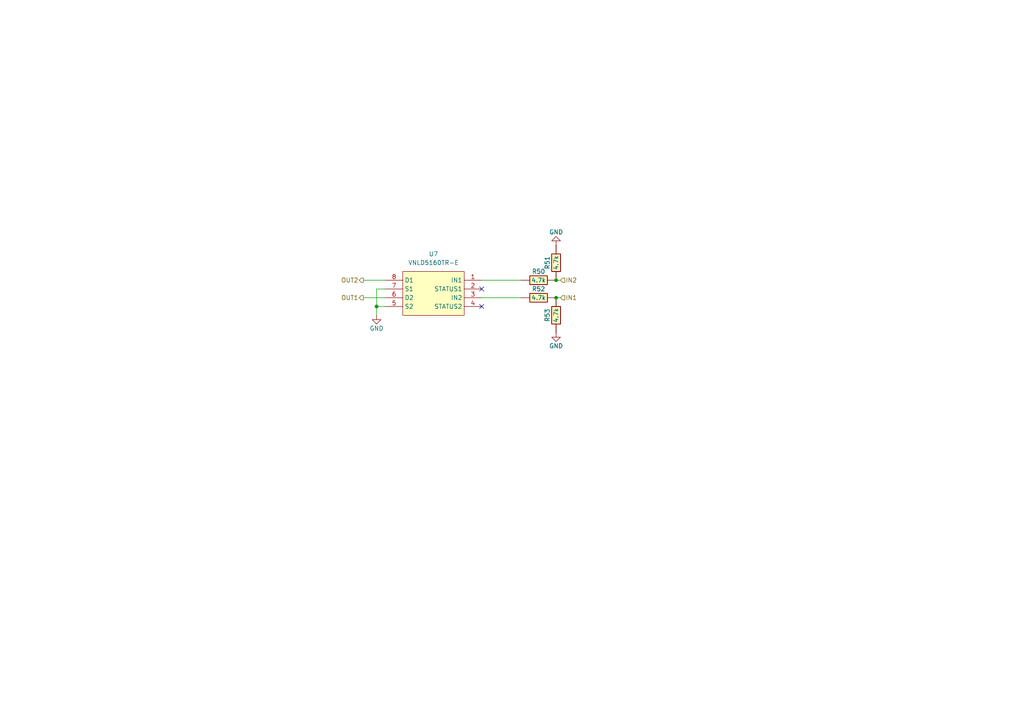
<source format=kicad_sch>
(kicad_sch (version 20231120) (generator "eeschema") (generator_version "8.0")
  (paper "A4")
  (lib_symbols
    (symbol "chips:VNLD5160"
      (property "Reference" "U" (at 6.35 3.81 0))
      (property "Value" "VNLD5160TR-E" (at 12.7 -11.43 0))
      (symbol "VNLD5160_1_1"
        (rectangle (start 5.08 2.54) (end 22.86 -10.16) (fill (type background)))
        (pin input line (at 0 0 0) (length 5.08) (name "IN1") (number "1"))
        (pin open_collector line (at 0 -2.54 0) (length 5.08) (name "STATUS1") (number "2"))
        (pin input line (at 0 -5.08 0) (length 5.08) (name "IN2") (number "3"))
        (pin open_collector line (at 0 -7.62 0) (length 5.08) (name "STATUS2") (number "4"))
        (pin power_in line (at 27.94 -7.62 180) (length 5.08) (name "S2") (number "5"))
        (pin power_out line (at 27.94 -5.08 180) (length 5.08) (name "D2") (number "6"))
        (pin power_in line (at 27.94 -2.54 180) (length 5.08) (name "S1") (number "7"))
        (pin power_out line (at 27.94 0 180) (length 5.08) (name "D1") (number "8"))
      )
    )
    (symbol "hellen-one-common:Res" (pin_numbers hide)
      (property "Reference" "R" (at 3.81 2.54 0))
      (property "Value" "Res" (at 5.08 -2.54 0))
      (symbol "Res_1_0"
        (rectangle (start 2.54 -1.27) (end 7.62 1.27) (stroke (width 0.254)) (fill (type background)))
        (pin passive line (at 0 0 0) (length 2.54) (name "") (number "1"))
        (pin passive line (at 10.16 0 180) (length 2.54) (name "") (number "2"))
      )
    )
    (symbol "power:GND" (power) (pin_numbers hide) (pin_names (offset 0) hide)
      (property "Value" "GND" (at 0 -3.81 0))
      (symbol "GND_0_1"
        (polyline (pts (xy 0 0) (xy 0 -1.27) (xy 1.27 -1.27) (xy 0 -2.54) (xy -1.27 -1.27) (xy 0 -1.27)))
      )
      (symbol "GND_1_1"
        (pin power_in line (at 0 0 270) (length 0) (name "~") (number "1"))
      )
    )
  )
  (junction (at 161.29 86.36))
  (junction (at 109.22 88.9))
  (junction (at 161.29 81.28))
  (no_connect (at 139.7 88.9))
  (no_connect (at 139.7 83.82))
  (wire (pts (xy 109.22 91.44) (xy 109.22 88.9)))
  (wire (pts (xy 109.22 83.82) (xy 111.76 83.82)))
  (wire (pts (xy 139.7 86.36) (xy 151.13 86.36)))
  (wire (pts (xy 139.7 81.28) (xy 151.13 81.28)))
  (wire (pts (xy 109.22 88.9) (xy 111.76 88.9)))
  (wire (pts (xy 161.29 86.36) (xy 162.56 86.36)))
  (wire (pts (xy 105.41 86.36) (xy 111.76 86.36)))
  (wire (pts (xy 161.29 81.28) (xy 162.56 81.28)))
  (wire (pts (xy 109.22 88.9) (xy 109.22 83.82)))
  (wire (pts (xy 105.41 81.28) (xy 111.76 81.28)))
  (hierarchical_label "IN2" (shape input) (at 162.56 81.28 0))
  (hierarchical_label "OUT2" (shape output) (at 105.41 81.28 180))
  (hierarchical_label "OUT1" (shape output) (at 105.41 86.36 180))
  (hierarchical_label "IN1" (shape input) (at 162.56 86.36 0))
  (symbol (lib_id "power:GND") (at 109.22 91.44 0) (mirror y) (unit 1)
    (property "Reference" "#PWR073" (effects (hide yes)))
    (property "Value" "GND" (at 109.22 95.25 0))
    (property "Description" "Power symbol creates a global label with name \"GND\" , ground" (effects (hide yes)))
  )
  (symbol (lib_id "hellen-one-common:Res") (at 161.29 86.36 0) (mirror y) (unit 1)
    (property "Reference" "R52" (at 156.21 83.82 0))
    (property "Value" "4.7k" (at 156.21 86.36 0))
    (property "Footprint" "hellen-one-common:R0603" (effects (hide yes)))
    (property "LCSC" "C23162" (effects (hide yes)))
  )
  (symbol (lib_id "hellen-one-common:Res") (at 161.29 81.28 0) (mirror y) (unit 1)
    (property "Reference" "R50" (at 156.21 78.74 0))
    (property "Value" "4.7k" (at 156.21 81.28 0))
    (property "Footprint" "hellen-one-common:R0603" (effects (hide yes)))
    (property "LCSC" "C23162" (effects (hide yes)))
  )
  (symbol (lib_id "chips:VNLD5160") (at 139.7 81.28 0) (mirror y) (unit 1)
    (property "Reference" "U7" (at 125.73 73.66 0))
    (property "Value" "VNLD5160TR-E" (at 125.73 76.2 0))
    (property "Footprint" "Package_SO:SOIC-8_3.9x4.9mm_P1.27mm" (effects (hide yes)))
    (property "LCSC" "C377942" (effects (hide yes)))
  )
  (symbol (lib_id "hellen-one-common:Res") (at 161.29 86.36 90) (mirror x) (unit 1)
    (property "Reference" "R53" (at 158.75 91.44 0))
    (property "Value" "4.7k" (at 161.29 91.44 0))
    (property "Footprint" "hellen-one-common:R0603" (effects (hide yes)))
    (property "LCSC" "C23162" (effects (hide yes)))
  )
  (symbol (lib_id "power:GND") (at 161.29 96.52 0) (unit 1)
    (property "Reference" "#PWR077" (effects (hide yes)))
    (property "Value" "GND" (at 161.29 100.33 0))
    (property "Description" "Power symbol creates a global label with name \"GND\" , ground" (effects (hide yes)))
  )
  (symbol (lib_id "power:GND") (at 161.29 71.12 0) (mirror x) (unit 1)
    (property "Reference" "#PWR075" (effects (hide yes)))
    (property "Value" "GND" (at 161.29 67.31 0))
    (property "Description" "Power symbol creates a global label with name \"GND\" , ground" (effects (hide yes)))
  )
  (symbol (lib_id "hellen-one-common:Res") (at 161.29 81.28 90) (unit 1)
    (property "Reference" "R51" (at 158.75 76.2 0))
    (property "Value" "4.7k" (at 161.29 76.2 0))
    (property "Footprint" "hellen-one-common:R0603" (effects (hide yes)))
    (property "LCSC" "C23162" (effects (hide yes)))
  )
)
</source>
